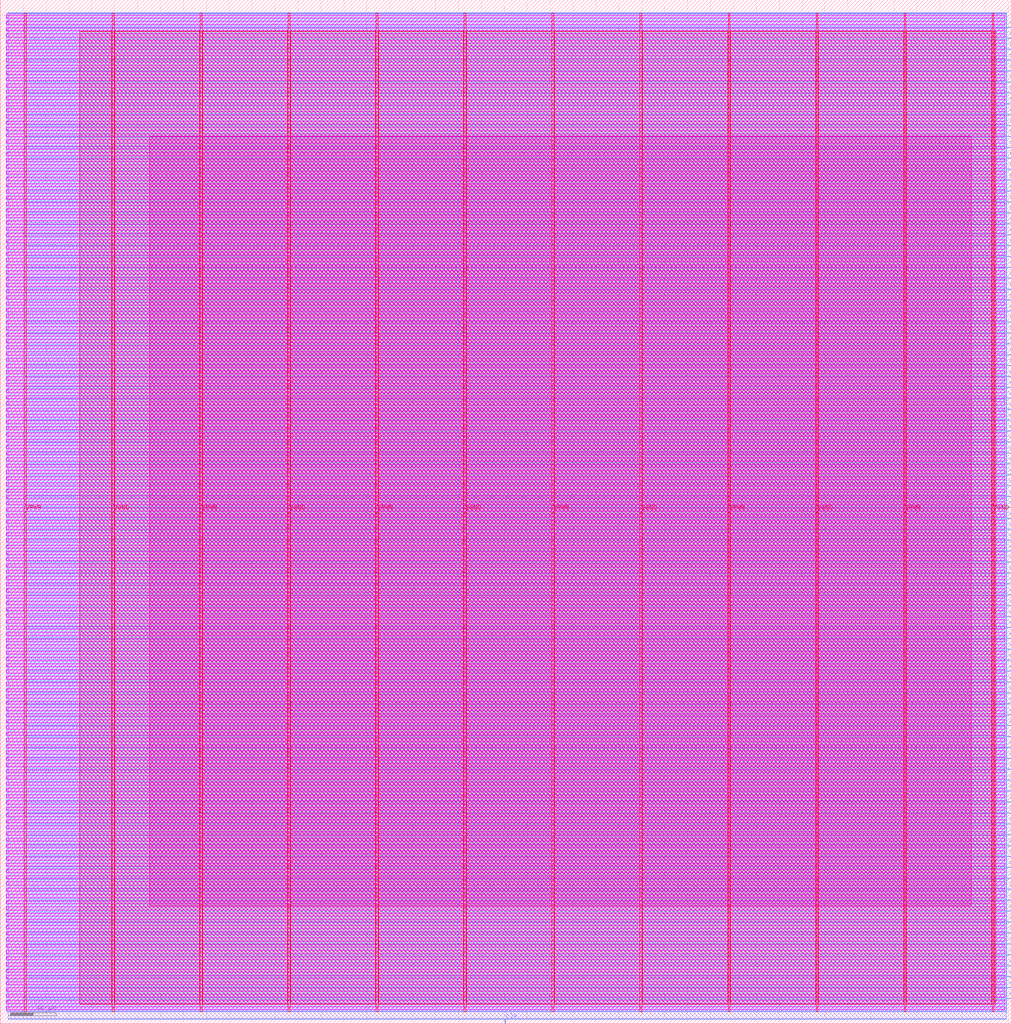
<source format=lef>
VERSION 5.7 ;
  NOWIREEXTENSIONATPIN ON ;
  DIVIDERCHAR "/" ;
  BUSBITCHARS "[]" ;
MACRO alphasoc_mem
  CLASS BLOCK ;
  FOREIGN alphasoc_mem ;
  ORIGIN 0.000 0.000 ;
  SIZE 882.575 BY 893.295 ;
  PIN VGND
    DIRECTION INOUT ;
    USE GROUND ;
    PORT
      LAYER met4 ;
        RECT 97.840 10.640 99.440 881.520 ;
    END
    PORT
      LAYER met4 ;
        RECT 251.440 10.640 253.040 881.520 ;
    END
    PORT
      LAYER met4 ;
        RECT 405.040 10.640 406.640 881.520 ;
    END
    PORT
      LAYER met4 ;
        RECT 558.640 10.640 560.240 881.520 ;
    END
    PORT
      LAYER met4 ;
        RECT 712.240 10.640 713.840 881.520 ;
    END
    PORT
      LAYER met4 ;
        RECT 865.840 10.640 867.440 881.520 ;
    END
  END VGND
  PIN VPWR
    DIRECTION INOUT ;
    USE POWER ;
    PORT
      LAYER met4 ;
        RECT 21.040 10.640 22.640 881.520 ;
    END
    PORT
      LAYER met4 ;
        RECT 174.640 10.640 176.240 881.520 ;
    END
    PORT
      LAYER met4 ;
        RECT 328.240 10.640 329.840 881.520 ;
    END
    PORT
      LAYER met4 ;
        RECT 481.840 10.640 483.440 881.520 ;
    END
    PORT
      LAYER met4 ;
        RECT 635.440 10.640 637.040 881.520 ;
    END
    PORT
      LAYER met4 ;
        RECT 789.040 10.640 790.640 881.520 ;
    END
  END VPWR
  PIN addr[0]
    DIRECTION INPUT ;
    USE SIGNAL ;
    ANTENNAGATEAREA 0.213000 ;
    PORT
      LAYER met3 ;
        RECT 878.575 59.880 882.575 60.480 ;
    END
  END addr[0]
  PIN addr[10]
    DIRECTION INPUT ;
    USE SIGNAL ;
    PORT
      LAYER met3 ;
        RECT 878.575 155.080 882.575 155.680 ;
    END
  END addr[10]
  PIN addr[11]
    DIRECTION INPUT ;
    USE SIGNAL ;
    PORT
      LAYER met3 ;
        RECT 878.575 164.600 882.575 165.200 ;
    END
  END addr[11]
  PIN addr[12]
    DIRECTION INPUT ;
    USE SIGNAL ;
    PORT
      LAYER met3 ;
        RECT 878.575 174.120 882.575 174.720 ;
    END
  END addr[12]
  PIN addr[13]
    DIRECTION INPUT ;
    USE SIGNAL ;
    PORT
      LAYER met3 ;
        RECT 878.575 183.640 882.575 184.240 ;
    END
  END addr[13]
  PIN addr[14]
    DIRECTION INPUT ;
    USE SIGNAL ;
    PORT
      LAYER met3 ;
        RECT 878.575 193.160 882.575 193.760 ;
    END
  END addr[14]
  PIN addr[15]
    DIRECTION INPUT ;
    USE SIGNAL ;
    PORT
      LAYER met3 ;
        RECT 878.575 202.680 882.575 203.280 ;
    END
  END addr[15]
  PIN addr[16]
    DIRECTION INPUT ;
    USE SIGNAL ;
    PORT
      LAYER met3 ;
        RECT 878.575 212.200 882.575 212.800 ;
    END
  END addr[16]
  PIN addr[17]
    DIRECTION INPUT ;
    USE SIGNAL ;
    PORT
      LAYER met3 ;
        RECT 878.575 221.720 882.575 222.320 ;
    END
  END addr[17]
  PIN addr[18]
    DIRECTION INPUT ;
    USE SIGNAL ;
    PORT
      LAYER met3 ;
        RECT 878.575 231.240 882.575 231.840 ;
    END
  END addr[18]
  PIN addr[19]
    DIRECTION INPUT ;
    USE SIGNAL ;
    PORT
      LAYER met3 ;
        RECT 878.575 240.760 882.575 241.360 ;
    END
  END addr[19]
  PIN addr[1]
    DIRECTION INPUT ;
    USE SIGNAL ;
    ANTENNAGATEAREA 0.213000 ;
    PORT
      LAYER met3 ;
        RECT 878.575 69.400 882.575 70.000 ;
    END
  END addr[1]
  PIN addr[20]
    DIRECTION INPUT ;
    USE SIGNAL ;
    PORT
      LAYER met3 ;
        RECT 878.575 250.280 882.575 250.880 ;
    END
  END addr[20]
  PIN addr[21]
    DIRECTION INPUT ;
    USE SIGNAL ;
    PORT
      LAYER met3 ;
        RECT 878.575 259.800 882.575 260.400 ;
    END
  END addr[21]
  PIN addr[2]
    DIRECTION INPUT ;
    USE SIGNAL ;
    ANTENNAGATEAREA 0.742500 ;
    PORT
      LAYER met3 ;
        RECT 878.575 78.920 882.575 79.520 ;
    END
  END addr[2]
  PIN addr[3]
    DIRECTION INPUT ;
    USE SIGNAL ;
    ANTENNAGATEAREA 0.742500 ;
    PORT
      LAYER met3 ;
        RECT 878.575 88.440 882.575 89.040 ;
    END
  END addr[3]
  PIN addr[4]
    DIRECTION INPUT ;
    USE SIGNAL ;
    ANTENNAGATEAREA 0.495000 ;
    PORT
      LAYER met3 ;
        RECT 878.575 97.960 882.575 98.560 ;
    END
  END addr[4]
  PIN addr[5]
    DIRECTION INPUT ;
    USE SIGNAL ;
    ANTENNAGATEAREA 0.495000 ;
    PORT
      LAYER met3 ;
        RECT 878.575 107.480 882.575 108.080 ;
    END
  END addr[5]
  PIN addr[6]
    DIRECTION INPUT ;
    USE SIGNAL ;
    ANTENNAGATEAREA 0.247500 ;
    PORT
      LAYER met3 ;
        RECT 878.575 117.000 882.575 117.600 ;
    END
  END addr[6]
  PIN addr[7]
    DIRECTION INPUT ;
    USE SIGNAL ;
    ANTENNAGATEAREA 0.247500 ;
    PORT
      LAYER met3 ;
        RECT 878.575 126.520 882.575 127.120 ;
    END
  END addr[7]
  PIN addr[8]
    DIRECTION INPUT ;
    USE SIGNAL ;
    PORT
      LAYER met3 ;
        RECT 878.575 136.040 882.575 136.640 ;
    END
  END addr[8]
  PIN addr[9]
    DIRECTION INPUT ;
    USE SIGNAL ;
    PORT
      LAYER met3 ;
        RECT 878.575 145.560 882.575 146.160 ;
    END
  END addr[9]
  PIN clk
    DIRECTION INPUT ;
    USE SIGNAL ;
    ANTENNAGATEAREA 0.852000 ;
    PORT
      LAYER met2 ;
        RECT 440.770 0.000 441.050 4.000 ;
    END
  END clk
  PIN rdata[0]
    DIRECTION OUTPUT TRISTATE ;
    USE SIGNAL ;
    ANTENNADIFFAREA 0.340600 ;
    PORT
      LAYER met3 ;
        RECT 878.575 573.960 882.575 574.560 ;
    END
  END rdata[0]
  PIN rdata[10]
    DIRECTION OUTPUT TRISTATE ;
    USE SIGNAL ;
    ANTENNADIFFAREA 0.340600 ;
    PORT
      LAYER met3 ;
        RECT 878.575 669.160 882.575 669.760 ;
    END
  END rdata[10]
  PIN rdata[11]
    DIRECTION OUTPUT TRISTATE ;
    USE SIGNAL ;
    ANTENNADIFFAREA 0.340600 ;
    PORT
      LAYER met3 ;
        RECT 878.575 678.680 882.575 679.280 ;
    END
  END rdata[11]
  PIN rdata[12]
    DIRECTION OUTPUT TRISTATE ;
    USE SIGNAL ;
    ANTENNADIFFAREA 0.340600 ;
    PORT
      LAYER met3 ;
        RECT 878.575 688.200 882.575 688.800 ;
    END
  END rdata[12]
  PIN rdata[13]
    DIRECTION OUTPUT TRISTATE ;
    USE SIGNAL ;
    ANTENNADIFFAREA 0.340600 ;
    PORT
      LAYER met3 ;
        RECT 878.575 697.720 882.575 698.320 ;
    END
  END rdata[13]
  PIN rdata[14]
    DIRECTION OUTPUT TRISTATE ;
    USE SIGNAL ;
    ANTENNADIFFAREA 0.340600 ;
    PORT
      LAYER met3 ;
        RECT 878.575 707.240 882.575 707.840 ;
    END
  END rdata[14]
  PIN rdata[15]
    DIRECTION OUTPUT TRISTATE ;
    USE SIGNAL ;
    ANTENNADIFFAREA 0.340600 ;
    PORT
      LAYER met3 ;
        RECT 878.575 716.760 882.575 717.360 ;
    END
  END rdata[15]
  PIN rdata[16]
    DIRECTION OUTPUT TRISTATE ;
    USE SIGNAL ;
    ANTENNADIFFAREA 0.340600 ;
    PORT
      LAYER met3 ;
        RECT 878.575 726.280 882.575 726.880 ;
    END
  END rdata[16]
  PIN rdata[17]
    DIRECTION OUTPUT TRISTATE ;
    USE SIGNAL ;
    ANTENNADIFFAREA 0.340600 ;
    PORT
      LAYER met3 ;
        RECT 878.575 735.800 882.575 736.400 ;
    END
  END rdata[17]
  PIN rdata[18]
    DIRECTION OUTPUT TRISTATE ;
    USE SIGNAL ;
    ANTENNADIFFAREA 0.340600 ;
    PORT
      LAYER met3 ;
        RECT 878.575 745.320 882.575 745.920 ;
    END
  END rdata[18]
  PIN rdata[19]
    DIRECTION OUTPUT TRISTATE ;
    USE SIGNAL ;
    ANTENNADIFFAREA 0.340600 ;
    PORT
      LAYER met3 ;
        RECT 878.575 754.840 882.575 755.440 ;
    END
  END rdata[19]
  PIN rdata[1]
    DIRECTION OUTPUT TRISTATE ;
    USE SIGNAL ;
    ANTENNADIFFAREA 0.340600 ;
    PORT
      LAYER met3 ;
        RECT 878.575 583.480 882.575 584.080 ;
    END
  END rdata[1]
  PIN rdata[20]
    DIRECTION OUTPUT TRISTATE ;
    USE SIGNAL ;
    ANTENNADIFFAREA 0.340600 ;
    PORT
      LAYER met3 ;
        RECT 878.575 764.360 882.575 764.960 ;
    END
  END rdata[20]
  PIN rdata[21]
    DIRECTION OUTPUT TRISTATE ;
    USE SIGNAL ;
    ANTENNADIFFAREA 0.340600 ;
    PORT
      LAYER met3 ;
        RECT 878.575 773.880 882.575 774.480 ;
    END
  END rdata[21]
  PIN rdata[22]
    DIRECTION OUTPUT TRISTATE ;
    USE SIGNAL ;
    ANTENNADIFFAREA 0.340600 ;
    PORT
      LAYER met3 ;
        RECT 878.575 783.400 882.575 784.000 ;
    END
  END rdata[22]
  PIN rdata[23]
    DIRECTION OUTPUT TRISTATE ;
    USE SIGNAL ;
    ANTENNADIFFAREA 0.340600 ;
    PORT
      LAYER met3 ;
        RECT 878.575 792.920 882.575 793.520 ;
    END
  END rdata[23]
  PIN rdata[24]
    DIRECTION OUTPUT TRISTATE ;
    USE SIGNAL ;
    ANTENNADIFFAREA 0.340600 ;
    PORT
      LAYER met3 ;
        RECT 878.575 802.440 882.575 803.040 ;
    END
  END rdata[24]
  PIN rdata[25]
    DIRECTION OUTPUT TRISTATE ;
    USE SIGNAL ;
    ANTENNADIFFAREA 0.340600 ;
    PORT
      LAYER met3 ;
        RECT 878.575 811.960 882.575 812.560 ;
    END
  END rdata[25]
  PIN rdata[26]
    DIRECTION OUTPUT TRISTATE ;
    USE SIGNAL ;
    ANTENNADIFFAREA 0.340600 ;
    PORT
      LAYER met3 ;
        RECT 878.575 821.480 882.575 822.080 ;
    END
  END rdata[26]
  PIN rdata[27]
    DIRECTION OUTPUT TRISTATE ;
    USE SIGNAL ;
    ANTENNADIFFAREA 0.340600 ;
    PORT
      LAYER met3 ;
        RECT 878.575 831.000 882.575 831.600 ;
    END
  END rdata[27]
  PIN rdata[28]
    DIRECTION OUTPUT TRISTATE ;
    USE SIGNAL ;
    ANTENNADIFFAREA 0.340600 ;
    PORT
      LAYER met3 ;
        RECT 878.575 840.520 882.575 841.120 ;
    END
  END rdata[28]
  PIN rdata[29]
    DIRECTION OUTPUT TRISTATE ;
    USE SIGNAL ;
    ANTENNADIFFAREA 0.340600 ;
    PORT
      LAYER met3 ;
        RECT 878.575 850.040 882.575 850.640 ;
    END
  END rdata[29]
  PIN rdata[2]
    DIRECTION OUTPUT TRISTATE ;
    USE SIGNAL ;
    ANTENNADIFFAREA 0.340600 ;
    PORT
      LAYER met3 ;
        RECT 878.575 593.000 882.575 593.600 ;
    END
  END rdata[2]
  PIN rdata[30]
    DIRECTION OUTPUT TRISTATE ;
    USE SIGNAL ;
    ANTENNADIFFAREA 0.340600 ;
    PORT
      LAYER met3 ;
        RECT 878.575 859.560 882.575 860.160 ;
    END
  END rdata[30]
  PIN rdata[31]
    DIRECTION OUTPUT TRISTATE ;
    USE SIGNAL ;
    ANTENNADIFFAREA 0.340600 ;
    PORT
      LAYER met3 ;
        RECT 878.575 869.080 882.575 869.680 ;
    END
  END rdata[31]
  PIN rdata[3]
    DIRECTION OUTPUT TRISTATE ;
    USE SIGNAL ;
    ANTENNADIFFAREA 0.340600 ;
    PORT
      LAYER met3 ;
        RECT 878.575 602.520 882.575 603.120 ;
    END
  END rdata[3]
  PIN rdata[4]
    DIRECTION OUTPUT TRISTATE ;
    USE SIGNAL ;
    ANTENNADIFFAREA 0.340600 ;
    PORT
      LAYER met3 ;
        RECT 878.575 612.040 882.575 612.640 ;
    END
  END rdata[4]
  PIN rdata[5]
    DIRECTION OUTPUT TRISTATE ;
    USE SIGNAL ;
    ANTENNADIFFAREA 0.340600 ;
    PORT
      LAYER met3 ;
        RECT 878.575 621.560 882.575 622.160 ;
    END
  END rdata[5]
  PIN rdata[6]
    DIRECTION OUTPUT TRISTATE ;
    USE SIGNAL ;
    ANTENNADIFFAREA 0.340600 ;
    PORT
      LAYER met3 ;
        RECT 878.575 631.080 882.575 631.680 ;
    END
  END rdata[6]
  PIN rdata[7]
    DIRECTION OUTPUT TRISTATE ;
    USE SIGNAL ;
    ANTENNADIFFAREA 0.340600 ;
    PORT
      LAYER met3 ;
        RECT 878.575 640.600 882.575 641.200 ;
    END
  END rdata[7]
  PIN rdata[8]
    DIRECTION OUTPUT TRISTATE ;
    USE SIGNAL ;
    ANTENNADIFFAREA 0.340600 ;
    PORT
      LAYER met3 ;
        RECT 878.575 650.120 882.575 650.720 ;
    END
  END rdata[8]
  PIN rdata[9]
    DIRECTION OUTPUT TRISTATE ;
    USE SIGNAL ;
    ANTENNADIFFAREA 0.340600 ;
    PORT
      LAYER met3 ;
        RECT 878.575 659.640 882.575 660.240 ;
    END
  END rdata[9]
  PIN wdata[0]
    DIRECTION INPUT ;
    USE SIGNAL ;
    ANTENNAGATEAREA 0.247500 ;
    PORT
      LAYER met3 ;
        RECT 878.575 269.320 882.575 269.920 ;
    END
  END wdata[0]
  PIN wdata[10]
    DIRECTION INPUT ;
    USE SIGNAL ;
    ANTENNAGATEAREA 0.495000 ;
    PORT
      LAYER met3 ;
        RECT 878.575 364.520 882.575 365.120 ;
    END
  END wdata[10]
  PIN wdata[11]
    DIRECTION INPUT ;
    USE SIGNAL ;
    ANTENNAGATEAREA 0.247500 ;
    PORT
      LAYER met3 ;
        RECT 878.575 374.040 882.575 374.640 ;
    END
  END wdata[11]
  PIN wdata[12]
    DIRECTION INPUT ;
    USE SIGNAL ;
    ANTENNAGATEAREA 0.247500 ;
    PORT
      LAYER met3 ;
        RECT 878.575 383.560 882.575 384.160 ;
    END
  END wdata[12]
  PIN wdata[13]
    DIRECTION INPUT ;
    USE SIGNAL ;
    ANTENNAGATEAREA 0.426000 ;
    PORT
      LAYER met3 ;
        RECT 878.575 393.080 882.575 393.680 ;
    END
  END wdata[13]
  PIN wdata[14]
    DIRECTION INPUT ;
    USE SIGNAL ;
    ANTENNAGATEAREA 0.426000 ;
    PORT
      LAYER met3 ;
        RECT 878.575 402.600 882.575 403.200 ;
    END
  END wdata[14]
  PIN wdata[15]
    DIRECTION INPUT ;
    USE SIGNAL ;
    ANTENNAGATEAREA 0.247500 ;
    PORT
      LAYER met3 ;
        RECT 878.575 412.120 882.575 412.720 ;
    END
  END wdata[15]
  PIN wdata[16]
    DIRECTION INPUT ;
    USE SIGNAL ;
    ANTENNAGATEAREA 0.426000 ;
    PORT
      LAYER met3 ;
        RECT 878.575 421.640 882.575 422.240 ;
    END
  END wdata[16]
  PIN wdata[17]
    DIRECTION INPUT ;
    USE SIGNAL ;
    ANTENNAGATEAREA 0.426000 ;
    PORT
      LAYER met3 ;
        RECT 878.575 431.160 882.575 431.760 ;
    END
  END wdata[17]
  PIN wdata[18]
    DIRECTION INPUT ;
    USE SIGNAL ;
    ANTENNAGATEAREA 0.247500 ;
    PORT
      LAYER met3 ;
        RECT 878.575 440.680 882.575 441.280 ;
    END
  END wdata[18]
  PIN wdata[19]
    DIRECTION INPUT ;
    USE SIGNAL ;
    ANTENNAGATEAREA 0.247500 ;
    PORT
      LAYER met3 ;
        RECT 878.575 450.200 882.575 450.800 ;
    END
  END wdata[19]
  PIN wdata[1]
    DIRECTION INPUT ;
    USE SIGNAL ;
    ANTENNAGATEAREA 0.247500 ;
    PORT
      LAYER met3 ;
        RECT 878.575 278.840 882.575 279.440 ;
    END
  END wdata[1]
  PIN wdata[20]
    DIRECTION INPUT ;
    USE SIGNAL ;
    ANTENNAGATEAREA 0.426000 ;
    PORT
      LAYER met3 ;
        RECT 878.575 459.720 882.575 460.320 ;
    END
  END wdata[20]
  PIN wdata[21]
    DIRECTION INPUT ;
    USE SIGNAL ;
    ANTENNAGATEAREA 0.426000 ;
    PORT
      LAYER met3 ;
        RECT 878.575 469.240 882.575 469.840 ;
    END
  END wdata[21]
  PIN wdata[22]
    DIRECTION INPUT ;
    USE SIGNAL ;
    ANTENNAGATEAREA 0.426000 ;
    PORT
      LAYER met3 ;
        RECT 878.575 478.760 882.575 479.360 ;
    END
  END wdata[22]
  PIN wdata[23]
    DIRECTION INPUT ;
    USE SIGNAL ;
    ANTENNAGATEAREA 0.247500 ;
    PORT
      LAYER met3 ;
        RECT 878.575 488.280 882.575 488.880 ;
    END
  END wdata[23]
  PIN wdata[24]
    DIRECTION INPUT ;
    USE SIGNAL ;
    ANTENNAGATEAREA 0.247500 ;
    PORT
      LAYER met3 ;
        RECT 878.575 497.800 882.575 498.400 ;
    END
  END wdata[24]
  PIN wdata[25]
    DIRECTION INPUT ;
    USE SIGNAL ;
    ANTENNAGATEAREA 0.247500 ;
    PORT
      LAYER met3 ;
        RECT 878.575 507.320 882.575 507.920 ;
    END
  END wdata[25]
  PIN wdata[26]
    DIRECTION INPUT ;
    USE SIGNAL ;
    ANTENNAGATEAREA 0.426000 ;
    PORT
      LAYER met3 ;
        RECT 878.575 516.840 882.575 517.440 ;
    END
  END wdata[26]
  PIN wdata[27]
    DIRECTION INPUT ;
    USE SIGNAL ;
    ANTENNAGATEAREA 0.247500 ;
    PORT
      LAYER met3 ;
        RECT 878.575 526.360 882.575 526.960 ;
    END
  END wdata[27]
  PIN wdata[28]
    DIRECTION INPUT ;
    USE SIGNAL ;
    ANTENNAGATEAREA 0.495000 ;
    PORT
      LAYER met3 ;
        RECT 878.575 535.880 882.575 536.480 ;
    END
  END wdata[28]
  PIN wdata[29]
    DIRECTION INPUT ;
    USE SIGNAL ;
    ANTENNAGATEAREA 0.247500 ;
    PORT
      LAYER met3 ;
        RECT 878.575 545.400 882.575 546.000 ;
    END
  END wdata[29]
  PIN wdata[2]
    DIRECTION INPUT ;
    USE SIGNAL ;
    ANTENNAGATEAREA 0.247500 ;
    PORT
      LAYER met3 ;
        RECT 878.575 288.360 882.575 288.960 ;
    END
  END wdata[2]
  PIN wdata[30]
    DIRECTION INPUT ;
    USE SIGNAL ;
    ANTENNAGATEAREA 0.426000 ;
    PORT
      LAYER met3 ;
        RECT 878.575 554.920 882.575 555.520 ;
    END
  END wdata[30]
  PIN wdata[31]
    DIRECTION INPUT ;
    USE SIGNAL ;
    ANTENNAGATEAREA 0.426000 ;
    PORT
      LAYER met3 ;
        RECT 878.575 564.440 882.575 565.040 ;
    END
  END wdata[31]
  PIN wdata[3]
    DIRECTION INPUT ;
    USE SIGNAL ;
    ANTENNAGATEAREA 0.247500 ;
    PORT
      LAYER met3 ;
        RECT 878.575 297.880 882.575 298.480 ;
    END
  END wdata[3]
  PIN wdata[4]
    DIRECTION INPUT ;
    USE SIGNAL ;
    ANTENNAGATEAREA 0.247500 ;
    PORT
      LAYER met3 ;
        RECT 878.575 307.400 882.575 308.000 ;
    END
  END wdata[4]
  PIN wdata[5]
    DIRECTION INPUT ;
    USE SIGNAL ;
    ANTENNAGATEAREA 0.247500 ;
    PORT
      LAYER met3 ;
        RECT 878.575 316.920 882.575 317.520 ;
    END
  END wdata[5]
  PIN wdata[6]
    DIRECTION INPUT ;
    USE SIGNAL ;
    ANTENNAGATEAREA 0.247500 ;
    PORT
      LAYER met3 ;
        RECT 878.575 326.440 882.575 327.040 ;
    END
  END wdata[6]
  PIN wdata[7]
    DIRECTION INPUT ;
    USE SIGNAL ;
    ANTENNAGATEAREA 0.247500 ;
    PORT
      LAYER met3 ;
        RECT 878.575 335.960 882.575 336.560 ;
    END
  END wdata[7]
  PIN wdata[8]
    DIRECTION INPUT ;
    USE SIGNAL ;
    ANTENNAGATEAREA 0.495000 ;
    PORT
      LAYER met3 ;
        RECT 878.575 345.480 882.575 346.080 ;
    END
  END wdata[8]
  PIN wdata[9]
    DIRECTION INPUT ;
    USE SIGNAL ;
    ANTENNAGATEAREA 0.247500 ;
    PORT
      LAYER met3 ;
        RECT 878.575 355.000 882.575 355.600 ;
    END
  END wdata[9]
  PIN wen[0]
    DIRECTION INPUT ;
    USE SIGNAL ;
    ANTENNAGATEAREA 0.495000 ;
    PORT
      LAYER met3 ;
        RECT 878.575 21.800 882.575 22.400 ;
    END
  END wen[0]
  PIN wen[1]
    DIRECTION INPUT ;
    USE SIGNAL ;
    ANTENNAGATEAREA 0.495000 ;
    PORT
      LAYER met3 ;
        RECT 878.575 31.320 882.575 31.920 ;
    END
  END wen[1]
  PIN wen[2]
    DIRECTION INPUT ;
    USE SIGNAL ;
    ANTENNAGATEAREA 0.742500 ;
    PORT
      LAYER met3 ;
        RECT 878.575 40.840 882.575 41.440 ;
    END
  END wen[2]
  PIN wen[3]
    DIRECTION INPUT ;
    USE SIGNAL ;
    ANTENNAGATEAREA 0.495000 ;
    PORT
      LAYER met3 ;
        RECT 878.575 50.360 882.575 50.960 ;
    END
  END wen[3]
  OBS
      LAYER nwell ;
        RECT 5.330 877.145 876.950 879.975 ;
        RECT 5.330 871.705 876.950 874.535 ;
        RECT 5.330 866.265 876.950 869.095 ;
        RECT 5.330 860.825 876.950 863.655 ;
        RECT 5.330 855.385 876.950 858.215 ;
        RECT 5.330 849.945 876.950 852.775 ;
        RECT 5.330 844.505 876.950 847.335 ;
        RECT 5.330 839.065 876.950 841.895 ;
        RECT 5.330 833.625 876.950 836.455 ;
        RECT 5.330 828.185 876.950 831.015 ;
        RECT 5.330 822.745 876.950 825.575 ;
        RECT 5.330 817.305 876.950 820.135 ;
        RECT 5.330 811.865 876.950 814.695 ;
        RECT 5.330 806.425 876.950 809.255 ;
        RECT 5.330 800.985 876.950 803.815 ;
        RECT 5.330 795.545 876.950 798.375 ;
        RECT 5.330 790.105 876.950 792.935 ;
        RECT 5.330 784.665 876.950 787.495 ;
        RECT 5.330 779.225 876.950 782.055 ;
        RECT 5.330 773.785 876.950 776.615 ;
        RECT 5.330 768.345 876.950 771.175 ;
        RECT 5.330 762.905 876.950 765.735 ;
        RECT 5.330 757.465 876.950 760.295 ;
        RECT 5.330 752.025 876.950 754.855 ;
        RECT 5.330 746.585 876.950 749.415 ;
        RECT 5.330 741.145 876.950 743.975 ;
        RECT 5.330 735.705 876.950 738.535 ;
        RECT 5.330 730.265 876.950 733.095 ;
        RECT 5.330 724.825 876.950 727.655 ;
        RECT 5.330 719.385 876.950 722.215 ;
        RECT 5.330 713.945 876.950 716.775 ;
        RECT 5.330 708.505 876.950 711.335 ;
        RECT 5.330 703.065 876.950 705.895 ;
        RECT 5.330 697.625 876.950 700.455 ;
        RECT 5.330 692.185 876.950 695.015 ;
        RECT 5.330 686.745 876.950 689.575 ;
        RECT 5.330 681.305 876.950 684.135 ;
        RECT 5.330 675.865 876.950 678.695 ;
        RECT 5.330 670.425 876.950 673.255 ;
        RECT 5.330 664.985 876.950 667.815 ;
        RECT 5.330 659.545 876.950 662.375 ;
        RECT 5.330 654.105 876.950 656.935 ;
        RECT 5.330 648.665 876.950 651.495 ;
        RECT 5.330 643.225 876.950 646.055 ;
        RECT 5.330 637.785 876.950 640.615 ;
        RECT 5.330 632.345 876.950 635.175 ;
        RECT 5.330 626.905 876.950 629.735 ;
        RECT 5.330 621.465 876.950 624.295 ;
        RECT 5.330 616.025 876.950 618.855 ;
        RECT 5.330 610.585 876.950 613.415 ;
        RECT 5.330 605.145 876.950 607.975 ;
        RECT 5.330 599.705 876.950 602.535 ;
        RECT 5.330 594.265 876.950 597.095 ;
        RECT 5.330 588.825 876.950 591.655 ;
        RECT 5.330 583.385 876.950 586.215 ;
        RECT 5.330 577.945 876.950 580.775 ;
        RECT 5.330 572.505 876.950 575.335 ;
        RECT 5.330 567.065 876.950 569.895 ;
        RECT 5.330 561.625 876.950 564.455 ;
        RECT 5.330 556.185 876.950 559.015 ;
        RECT 5.330 550.745 876.950 553.575 ;
        RECT 5.330 545.305 876.950 548.135 ;
        RECT 5.330 539.865 876.950 542.695 ;
        RECT 5.330 534.425 876.950 537.255 ;
        RECT 5.330 528.985 876.950 531.815 ;
        RECT 5.330 523.545 876.950 526.375 ;
        RECT 5.330 518.105 876.950 520.935 ;
        RECT 5.330 512.665 876.950 515.495 ;
        RECT 5.330 507.225 876.950 510.055 ;
        RECT 5.330 501.785 876.950 504.615 ;
        RECT 5.330 496.345 876.950 499.175 ;
        RECT 5.330 490.905 876.950 493.735 ;
        RECT 5.330 485.465 876.950 488.295 ;
        RECT 5.330 480.025 876.950 482.855 ;
        RECT 5.330 474.585 876.950 477.415 ;
        RECT 5.330 469.145 876.950 471.975 ;
        RECT 5.330 463.705 876.950 466.535 ;
        RECT 5.330 458.265 876.950 461.095 ;
        RECT 5.330 452.825 876.950 455.655 ;
        RECT 5.330 447.385 876.950 450.215 ;
        RECT 5.330 441.945 876.950 444.775 ;
        RECT 5.330 436.505 876.950 439.335 ;
        RECT 5.330 431.065 876.950 433.895 ;
        RECT 5.330 425.625 876.950 428.455 ;
        RECT 5.330 420.185 876.950 423.015 ;
        RECT 5.330 414.745 876.950 417.575 ;
        RECT 5.330 409.305 876.950 412.135 ;
        RECT 5.330 403.865 876.950 406.695 ;
        RECT 5.330 398.425 876.950 401.255 ;
        RECT 5.330 392.985 876.950 395.815 ;
        RECT 5.330 387.545 876.950 390.375 ;
        RECT 5.330 382.105 876.950 384.935 ;
        RECT 5.330 376.665 876.950 379.495 ;
        RECT 5.330 371.225 876.950 374.055 ;
        RECT 5.330 365.785 876.950 368.615 ;
        RECT 5.330 360.345 876.950 363.175 ;
        RECT 5.330 354.905 876.950 357.735 ;
        RECT 5.330 349.465 876.950 352.295 ;
        RECT 5.330 344.025 876.950 346.855 ;
        RECT 5.330 338.585 876.950 341.415 ;
        RECT 5.330 333.145 876.950 335.975 ;
        RECT 5.330 327.705 876.950 330.535 ;
        RECT 5.330 322.265 876.950 325.095 ;
        RECT 5.330 316.825 876.950 319.655 ;
        RECT 5.330 311.385 876.950 314.215 ;
        RECT 5.330 305.945 876.950 308.775 ;
        RECT 5.330 300.505 876.950 303.335 ;
        RECT 5.330 295.065 876.950 297.895 ;
        RECT 5.330 289.625 876.950 292.455 ;
        RECT 5.330 284.185 876.950 287.015 ;
        RECT 5.330 278.745 876.950 281.575 ;
        RECT 5.330 273.305 876.950 276.135 ;
        RECT 5.330 267.865 876.950 270.695 ;
        RECT 5.330 262.425 876.950 265.255 ;
        RECT 5.330 256.985 876.950 259.815 ;
        RECT 5.330 251.545 876.950 254.375 ;
        RECT 5.330 246.105 876.950 248.935 ;
        RECT 5.330 240.665 876.950 243.495 ;
        RECT 5.330 235.225 876.950 238.055 ;
        RECT 5.330 229.785 876.950 232.615 ;
        RECT 5.330 224.345 876.950 227.175 ;
        RECT 5.330 218.905 876.950 221.735 ;
        RECT 5.330 213.465 876.950 216.295 ;
        RECT 5.330 208.025 876.950 210.855 ;
        RECT 5.330 202.585 876.950 205.415 ;
        RECT 5.330 197.145 876.950 199.975 ;
        RECT 5.330 191.705 876.950 194.535 ;
        RECT 5.330 186.265 876.950 189.095 ;
        RECT 5.330 180.825 876.950 183.655 ;
        RECT 5.330 175.385 876.950 178.215 ;
        RECT 5.330 169.945 876.950 172.775 ;
        RECT 5.330 164.505 876.950 167.335 ;
        RECT 5.330 159.065 876.950 161.895 ;
        RECT 5.330 153.625 876.950 156.455 ;
        RECT 5.330 148.185 876.950 151.015 ;
        RECT 5.330 142.745 876.950 145.575 ;
        RECT 5.330 137.305 876.950 140.135 ;
        RECT 5.330 131.865 876.950 134.695 ;
        RECT 5.330 126.425 876.950 129.255 ;
        RECT 5.330 120.985 876.950 123.815 ;
        RECT 5.330 115.545 876.950 118.375 ;
        RECT 5.330 110.105 876.950 112.935 ;
        RECT 5.330 104.665 876.950 107.495 ;
        RECT 5.330 99.225 876.950 102.055 ;
        RECT 5.330 93.785 876.950 96.615 ;
        RECT 5.330 88.345 876.950 91.175 ;
        RECT 5.330 82.905 876.950 85.735 ;
        RECT 5.330 77.465 876.950 80.295 ;
        RECT 5.330 72.025 876.950 74.855 ;
        RECT 5.330 66.585 876.950 69.415 ;
        RECT 5.330 61.145 876.950 63.975 ;
        RECT 5.330 55.705 876.950 58.535 ;
        RECT 5.330 50.265 876.950 53.095 ;
        RECT 5.330 44.825 876.950 47.655 ;
        RECT 5.330 39.385 876.950 42.215 ;
        RECT 5.330 33.945 876.950 36.775 ;
        RECT 5.330 28.505 876.950 31.335 ;
        RECT 5.330 23.065 876.950 25.895 ;
        RECT 5.330 17.625 876.950 20.455 ;
        RECT 5.330 12.185 876.950 15.015 ;
      LAYER li1 ;
        RECT 5.520 10.795 876.760 881.365 ;
      LAYER met1 ;
        RECT 5.520 10.640 878.070 881.920 ;
      LAYER met2 ;
        RECT 7.000 4.280 878.050 881.950 ;
        RECT 7.000 4.000 440.490 4.280 ;
        RECT 441.330 4.000 878.050 4.280 ;
      LAYER met3 ;
        RECT 21.050 870.080 878.575 881.445 ;
        RECT 21.050 868.680 878.175 870.080 ;
        RECT 21.050 860.560 878.575 868.680 ;
        RECT 21.050 859.160 878.175 860.560 ;
        RECT 21.050 851.040 878.575 859.160 ;
        RECT 21.050 849.640 878.175 851.040 ;
        RECT 21.050 841.520 878.575 849.640 ;
        RECT 21.050 840.120 878.175 841.520 ;
        RECT 21.050 832.000 878.575 840.120 ;
        RECT 21.050 830.600 878.175 832.000 ;
        RECT 21.050 822.480 878.575 830.600 ;
        RECT 21.050 821.080 878.175 822.480 ;
        RECT 21.050 812.960 878.575 821.080 ;
        RECT 21.050 811.560 878.175 812.960 ;
        RECT 21.050 803.440 878.575 811.560 ;
        RECT 21.050 802.040 878.175 803.440 ;
        RECT 21.050 793.920 878.575 802.040 ;
        RECT 21.050 792.520 878.175 793.920 ;
        RECT 21.050 784.400 878.575 792.520 ;
        RECT 21.050 783.000 878.175 784.400 ;
        RECT 21.050 774.880 878.575 783.000 ;
        RECT 21.050 773.480 878.175 774.880 ;
        RECT 21.050 765.360 878.575 773.480 ;
        RECT 21.050 763.960 878.175 765.360 ;
        RECT 21.050 755.840 878.575 763.960 ;
        RECT 21.050 754.440 878.175 755.840 ;
        RECT 21.050 746.320 878.575 754.440 ;
        RECT 21.050 744.920 878.175 746.320 ;
        RECT 21.050 736.800 878.575 744.920 ;
        RECT 21.050 735.400 878.175 736.800 ;
        RECT 21.050 727.280 878.575 735.400 ;
        RECT 21.050 725.880 878.175 727.280 ;
        RECT 21.050 717.760 878.575 725.880 ;
        RECT 21.050 716.360 878.175 717.760 ;
        RECT 21.050 708.240 878.575 716.360 ;
        RECT 21.050 706.840 878.175 708.240 ;
        RECT 21.050 698.720 878.575 706.840 ;
        RECT 21.050 697.320 878.175 698.720 ;
        RECT 21.050 689.200 878.575 697.320 ;
        RECT 21.050 687.800 878.175 689.200 ;
        RECT 21.050 679.680 878.575 687.800 ;
        RECT 21.050 678.280 878.175 679.680 ;
        RECT 21.050 670.160 878.575 678.280 ;
        RECT 21.050 668.760 878.175 670.160 ;
        RECT 21.050 660.640 878.575 668.760 ;
        RECT 21.050 659.240 878.175 660.640 ;
        RECT 21.050 651.120 878.575 659.240 ;
        RECT 21.050 649.720 878.175 651.120 ;
        RECT 21.050 641.600 878.575 649.720 ;
        RECT 21.050 640.200 878.175 641.600 ;
        RECT 21.050 632.080 878.575 640.200 ;
        RECT 21.050 630.680 878.175 632.080 ;
        RECT 21.050 622.560 878.575 630.680 ;
        RECT 21.050 621.160 878.175 622.560 ;
        RECT 21.050 613.040 878.575 621.160 ;
        RECT 21.050 611.640 878.175 613.040 ;
        RECT 21.050 603.520 878.575 611.640 ;
        RECT 21.050 602.120 878.175 603.520 ;
        RECT 21.050 594.000 878.575 602.120 ;
        RECT 21.050 592.600 878.175 594.000 ;
        RECT 21.050 584.480 878.575 592.600 ;
        RECT 21.050 583.080 878.175 584.480 ;
        RECT 21.050 574.960 878.575 583.080 ;
        RECT 21.050 573.560 878.175 574.960 ;
        RECT 21.050 565.440 878.575 573.560 ;
        RECT 21.050 564.040 878.175 565.440 ;
        RECT 21.050 555.920 878.575 564.040 ;
        RECT 21.050 554.520 878.175 555.920 ;
        RECT 21.050 546.400 878.575 554.520 ;
        RECT 21.050 545.000 878.175 546.400 ;
        RECT 21.050 536.880 878.575 545.000 ;
        RECT 21.050 535.480 878.175 536.880 ;
        RECT 21.050 527.360 878.575 535.480 ;
        RECT 21.050 525.960 878.175 527.360 ;
        RECT 21.050 517.840 878.575 525.960 ;
        RECT 21.050 516.440 878.175 517.840 ;
        RECT 21.050 508.320 878.575 516.440 ;
        RECT 21.050 506.920 878.175 508.320 ;
        RECT 21.050 498.800 878.575 506.920 ;
        RECT 21.050 497.400 878.175 498.800 ;
        RECT 21.050 489.280 878.575 497.400 ;
        RECT 21.050 487.880 878.175 489.280 ;
        RECT 21.050 479.760 878.575 487.880 ;
        RECT 21.050 478.360 878.175 479.760 ;
        RECT 21.050 470.240 878.575 478.360 ;
        RECT 21.050 468.840 878.175 470.240 ;
        RECT 21.050 460.720 878.575 468.840 ;
        RECT 21.050 459.320 878.175 460.720 ;
        RECT 21.050 451.200 878.575 459.320 ;
        RECT 21.050 449.800 878.175 451.200 ;
        RECT 21.050 441.680 878.575 449.800 ;
        RECT 21.050 440.280 878.175 441.680 ;
        RECT 21.050 432.160 878.575 440.280 ;
        RECT 21.050 430.760 878.175 432.160 ;
        RECT 21.050 422.640 878.575 430.760 ;
        RECT 21.050 421.240 878.175 422.640 ;
        RECT 21.050 413.120 878.575 421.240 ;
        RECT 21.050 411.720 878.175 413.120 ;
        RECT 21.050 403.600 878.575 411.720 ;
        RECT 21.050 402.200 878.175 403.600 ;
        RECT 21.050 394.080 878.575 402.200 ;
        RECT 21.050 392.680 878.175 394.080 ;
        RECT 21.050 384.560 878.575 392.680 ;
        RECT 21.050 383.160 878.175 384.560 ;
        RECT 21.050 375.040 878.575 383.160 ;
        RECT 21.050 373.640 878.175 375.040 ;
        RECT 21.050 365.520 878.575 373.640 ;
        RECT 21.050 364.120 878.175 365.520 ;
        RECT 21.050 356.000 878.575 364.120 ;
        RECT 21.050 354.600 878.175 356.000 ;
        RECT 21.050 346.480 878.575 354.600 ;
        RECT 21.050 345.080 878.175 346.480 ;
        RECT 21.050 336.960 878.575 345.080 ;
        RECT 21.050 335.560 878.175 336.960 ;
        RECT 21.050 327.440 878.575 335.560 ;
        RECT 21.050 326.040 878.175 327.440 ;
        RECT 21.050 317.920 878.575 326.040 ;
        RECT 21.050 316.520 878.175 317.920 ;
        RECT 21.050 308.400 878.575 316.520 ;
        RECT 21.050 307.000 878.175 308.400 ;
        RECT 21.050 298.880 878.575 307.000 ;
        RECT 21.050 297.480 878.175 298.880 ;
        RECT 21.050 289.360 878.575 297.480 ;
        RECT 21.050 287.960 878.175 289.360 ;
        RECT 21.050 279.840 878.575 287.960 ;
        RECT 21.050 278.440 878.175 279.840 ;
        RECT 21.050 270.320 878.575 278.440 ;
        RECT 21.050 268.920 878.175 270.320 ;
        RECT 21.050 260.800 878.575 268.920 ;
        RECT 21.050 259.400 878.175 260.800 ;
        RECT 21.050 251.280 878.575 259.400 ;
        RECT 21.050 249.880 878.175 251.280 ;
        RECT 21.050 241.760 878.575 249.880 ;
        RECT 21.050 240.360 878.175 241.760 ;
        RECT 21.050 232.240 878.575 240.360 ;
        RECT 21.050 230.840 878.175 232.240 ;
        RECT 21.050 222.720 878.575 230.840 ;
        RECT 21.050 221.320 878.175 222.720 ;
        RECT 21.050 213.200 878.575 221.320 ;
        RECT 21.050 211.800 878.175 213.200 ;
        RECT 21.050 203.680 878.575 211.800 ;
        RECT 21.050 202.280 878.175 203.680 ;
        RECT 21.050 194.160 878.575 202.280 ;
        RECT 21.050 192.760 878.175 194.160 ;
        RECT 21.050 184.640 878.575 192.760 ;
        RECT 21.050 183.240 878.175 184.640 ;
        RECT 21.050 175.120 878.575 183.240 ;
        RECT 21.050 173.720 878.175 175.120 ;
        RECT 21.050 165.600 878.575 173.720 ;
        RECT 21.050 164.200 878.175 165.600 ;
        RECT 21.050 156.080 878.575 164.200 ;
        RECT 21.050 154.680 878.175 156.080 ;
        RECT 21.050 146.560 878.575 154.680 ;
        RECT 21.050 145.160 878.175 146.560 ;
        RECT 21.050 137.040 878.575 145.160 ;
        RECT 21.050 135.640 878.175 137.040 ;
        RECT 21.050 127.520 878.575 135.640 ;
        RECT 21.050 126.120 878.175 127.520 ;
        RECT 21.050 118.000 878.575 126.120 ;
        RECT 21.050 116.600 878.175 118.000 ;
        RECT 21.050 108.480 878.575 116.600 ;
        RECT 21.050 107.080 878.175 108.480 ;
        RECT 21.050 98.960 878.575 107.080 ;
        RECT 21.050 97.560 878.175 98.960 ;
        RECT 21.050 89.440 878.575 97.560 ;
        RECT 21.050 88.040 878.175 89.440 ;
        RECT 21.050 79.920 878.575 88.040 ;
        RECT 21.050 78.520 878.175 79.920 ;
        RECT 21.050 70.400 878.575 78.520 ;
        RECT 21.050 69.000 878.175 70.400 ;
        RECT 21.050 60.880 878.575 69.000 ;
        RECT 21.050 59.480 878.175 60.880 ;
        RECT 21.050 51.360 878.575 59.480 ;
        RECT 21.050 49.960 878.175 51.360 ;
        RECT 21.050 41.840 878.575 49.960 ;
        RECT 21.050 40.440 878.175 41.840 ;
        RECT 21.050 32.320 878.575 40.440 ;
        RECT 21.050 30.920 878.175 32.320 ;
        RECT 21.050 22.800 878.575 30.920 ;
        RECT 21.050 21.400 878.175 22.800 ;
        RECT 21.050 10.715 878.575 21.400 ;
      LAYER met4 ;
        RECT 69.295 17.175 97.440 866.145 ;
        RECT 99.840 17.175 174.240 866.145 ;
        RECT 176.640 17.175 251.040 866.145 ;
        RECT 253.440 17.175 327.840 866.145 ;
        RECT 330.240 17.175 404.640 866.145 ;
        RECT 407.040 17.175 481.440 866.145 ;
        RECT 483.840 17.175 558.240 866.145 ;
        RECT 560.640 17.175 635.040 866.145 ;
        RECT 637.440 17.175 711.840 866.145 ;
        RECT 714.240 17.175 788.640 866.145 ;
        RECT 791.040 17.175 865.440 866.145 ;
        RECT 867.840 17.175 869.105 866.145 ;
      LAYER met5 ;
        RECT 130.300 102.900 847.660 774.300 ;
  END
END alphasoc_mem
END LIBRARY


</source>
